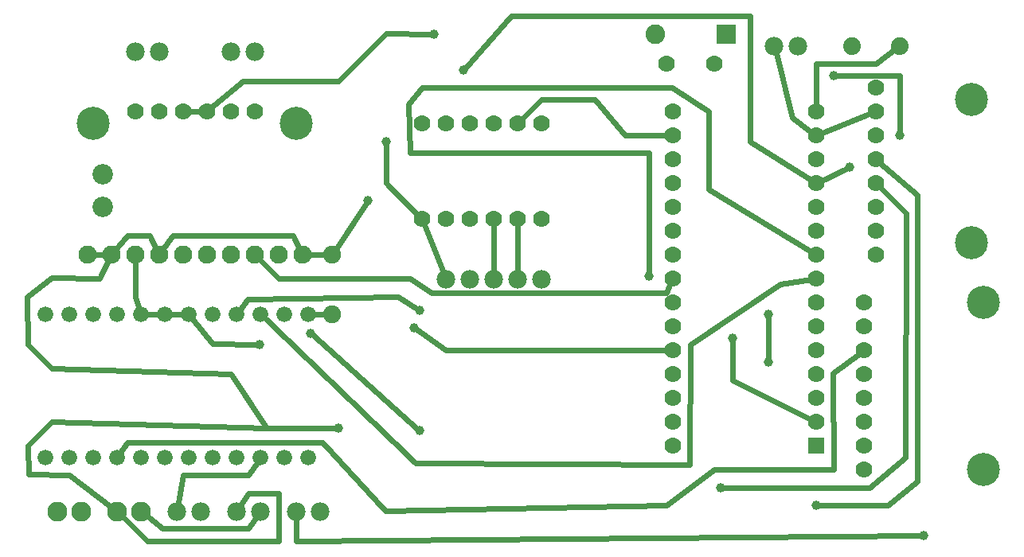
<source format=gtl>
G04 MADE WITH FRITZING*
G04 WWW.FRITZING.ORG*
G04 DOUBLE SIDED*
G04 HOLES PLATED*
G04 CONTOUR ON CENTER OF CONTOUR VECTOR*
%ASAXBY*%
%FSLAX23Y23*%
%MOIN*%
%OFA0B0*%
%SFA1.0B1.0*%
%ADD10C,0.138425*%
%ADD11C,0.070000*%
%ADD12C,0.039370*%
%ADD13C,0.082000*%
%ADD14C,0.066000*%
%ADD15C,0.086000*%
%ADD16C,0.076000*%
%ADD17C,0.078000*%
%ADD18C,0.083307*%
%ADD19C,0.074000*%
%ADD20C,0.075000*%
%ADD21R,0.082000X0.082000*%
%ADD22R,0.069972X0.070000*%
%ADD23R,0.000140X0.000140*%
%ADD24C,0.024000*%
%LNCOPPER1*%
G90*
G70*
G54D10*
X4124Y1937D03*
G54D11*
X3724Y1287D03*
X3724Y1387D03*
X3724Y1487D03*
G54D10*
X4124Y1337D03*
G54D11*
X3724Y1587D03*
X3724Y1687D03*
X3724Y1787D03*
X3724Y1887D03*
X3724Y1987D03*
X2849Y2087D03*
X3049Y2087D03*
G54D12*
X2776Y1198D03*
X1816Y1054D03*
X1792Y982D03*
X1816Y550D03*
X1360Y958D03*
X1144Y910D03*
X1474Y562D03*
X1874Y2212D03*
X3616Y1654D03*
X3124Y937D03*
X1674Y1762D03*
X3074Y312D03*
X3924Y112D03*
G54D13*
X3099Y2212D03*
X2801Y2212D03*
G54D11*
X3674Y587D03*
G54D10*
X4174Y1087D03*
G54D11*
X3674Y987D03*
X3674Y787D03*
X3674Y387D03*
X3674Y1087D03*
X3674Y887D03*
X3674Y687D03*
X3674Y487D03*
G54D10*
X4174Y387D03*
G54D14*
X249Y437D03*
X349Y437D03*
X449Y437D03*
X549Y437D03*
X649Y437D03*
X749Y437D03*
X849Y437D03*
X949Y437D03*
X1049Y437D03*
X1149Y437D03*
X1249Y437D03*
X1349Y437D03*
X1349Y1037D03*
X1249Y1037D03*
X1149Y1037D03*
X1049Y1037D03*
X949Y1037D03*
X849Y1037D03*
X749Y1037D03*
X649Y1037D03*
X549Y1037D03*
X449Y1037D03*
X349Y1037D03*
X249Y1037D03*
G54D10*
X449Y1837D03*
G54D15*
X489Y1486D03*
X489Y1624D03*
G54D16*
X424Y1287D03*
X524Y1287D03*
X624Y1287D03*
X724Y1287D03*
X824Y1287D03*
X924Y1287D03*
X1024Y1287D03*
G54D10*
X1299Y1837D03*
G54D16*
X1124Y1287D03*
X1224Y1287D03*
X1324Y1287D03*
G54D11*
X1124Y1887D03*
X1024Y1887D03*
X924Y1887D03*
X824Y1887D03*
X724Y1887D03*
X624Y1887D03*
G54D17*
X2325Y1185D03*
X2226Y1185D03*
X2126Y1185D03*
X2026Y1185D03*
X1926Y1185D03*
X1024Y2137D03*
X1124Y2137D03*
X624Y2137D03*
X724Y2137D03*
G54D18*
X299Y212D03*
X399Y212D03*
X649Y212D03*
X549Y212D03*
G54D17*
X3399Y2162D03*
X3299Y2162D03*
X1399Y212D03*
X1299Y212D03*
X899Y212D03*
X799Y212D03*
X1149Y212D03*
X1049Y212D03*
G54D12*
X1999Y2062D03*
X3274Y1037D03*
X3276Y838D03*
X3824Y1787D03*
X3549Y2037D03*
G54D11*
X3474Y487D03*
X3474Y587D03*
X3474Y687D03*
X3474Y787D03*
X3474Y887D03*
X3474Y987D03*
X3474Y1087D03*
X3474Y1187D03*
X3474Y1287D03*
X3474Y1387D03*
X3474Y1487D03*
X3474Y1587D03*
X3474Y1687D03*
X3474Y1787D03*
X3474Y1887D03*
X2874Y487D03*
X2874Y587D03*
X2874Y687D03*
X2874Y787D03*
X2874Y887D03*
X2874Y987D03*
X2874Y1087D03*
X2874Y1187D03*
X2874Y1287D03*
X2874Y1387D03*
X2874Y1487D03*
X2874Y1587D03*
X2874Y1687D03*
X2874Y1787D03*
X2874Y1887D03*
X1825Y1837D03*
X1925Y1837D03*
X2025Y1837D03*
X2125Y1837D03*
X2225Y1837D03*
X2325Y1837D03*
X2325Y1437D03*
X2225Y1437D03*
X2125Y1437D03*
X2025Y1437D03*
X1925Y1437D03*
X1825Y1437D03*
X1825Y1837D03*
X1925Y1837D03*
X2025Y1837D03*
X2125Y1837D03*
X2225Y1837D03*
X2325Y1837D03*
X2325Y1437D03*
X2225Y1437D03*
X2125Y1437D03*
X2025Y1437D03*
X1925Y1437D03*
X1825Y1437D03*
G54D12*
X3474Y236D03*
G54D19*
X3824Y2162D03*
X3624Y2162D03*
X3824Y2162D03*
X3624Y2162D03*
G54D20*
X1449Y1037D03*
X1449Y1287D03*
G54D12*
X1599Y1513D03*
G54D21*
X3100Y2212D03*
G54D22*
X3474Y487D03*
G54D23*
X3470Y1687D03*
X3474Y1889D03*
X2874Y1889D03*
G54D24*
X1099Y363D02*
X824Y363D01*
D02*
X1138Y421D02*
X1099Y363D01*
D02*
X1774Y1187D02*
X1225Y1187D01*
D02*
X1864Y1126D02*
X1774Y1187D01*
D02*
X2848Y1126D02*
X1864Y1126D01*
D02*
X2867Y1171D02*
X2848Y1126D01*
D02*
X824Y363D02*
X803Y231D01*
D02*
X3325Y1163D02*
X2949Y911D01*
D02*
X1225Y1187D02*
X1138Y1273D01*
D02*
X3457Y1184D02*
X3325Y1163D01*
D02*
X1800Y413D02*
X1164Y1024D01*
D02*
X2944Y406D02*
X1800Y413D01*
D02*
X2949Y911D02*
X2944Y406D01*
D02*
X1775Y1713D02*
X2775Y1713D01*
D02*
X1768Y1918D02*
X1775Y1713D01*
D02*
X3025Y1888D02*
X2873Y1986D01*
D02*
X1825Y1987D02*
X1768Y1918D01*
D02*
X2873Y1986D02*
X1825Y1987D01*
D02*
X3025Y1562D02*
X3025Y1888D01*
D02*
X3459Y1297D02*
X3025Y1562D01*
D02*
X2775Y1713D02*
X2776Y1206D01*
D02*
X1724Y1112D02*
X1096Y1102D01*
D02*
X1809Y1058D02*
X1724Y1112D01*
D02*
X1924Y888D02*
X1798Y977D01*
D02*
X2856Y887D02*
X1924Y888D01*
D02*
X1096Y1102D02*
X1061Y1053D01*
D02*
X3548Y388D02*
X3049Y388D01*
D02*
X3544Y790D02*
X3548Y388D01*
D02*
X3659Y875D02*
X3544Y790D01*
D02*
X1672Y214D02*
X1408Y502D01*
D02*
X2849Y236D02*
X1672Y214D01*
D02*
X3049Y388D02*
X2849Y236D01*
D02*
X1408Y502D02*
X592Y502D01*
D02*
X730Y1037D02*
X669Y1037D01*
D02*
X592Y502D02*
X560Y454D01*
D02*
X1810Y555D02*
X1365Y953D01*
D02*
X830Y1037D02*
X769Y1037D01*
D02*
X624Y1267D02*
X624Y1112D01*
D02*
X624Y1112D02*
X643Y1056D01*
D02*
X949Y913D02*
X862Y1022D01*
D02*
X1136Y910D02*
X949Y913D01*
D02*
X1099Y142D02*
X1138Y197D01*
D02*
X739Y142D02*
X1099Y142D01*
D02*
X666Y199D02*
X739Y142D01*
D02*
X505Y1287D02*
X444Y1287D01*
D02*
X591Y1366D02*
X537Y1302D01*
D02*
X687Y1366D02*
X591Y1366D01*
D02*
X716Y1305D02*
X687Y1366D01*
D02*
X783Y1366D02*
X736Y1303D01*
D02*
X1287Y1366D02*
X783Y1366D01*
D02*
X1316Y1305D02*
X1287Y1366D01*
D02*
X274Y811D02*
X175Y911D01*
D02*
X1024Y788D02*
X274Y811D01*
D02*
X474Y1187D02*
X516Y1270D01*
D02*
X173Y1112D02*
X274Y1189D01*
D02*
X274Y1189D02*
X474Y1187D01*
D02*
X175Y911D02*
X173Y1112D01*
D02*
X1175Y562D02*
X1024Y788D01*
D02*
X1060Y228D02*
X1100Y287D01*
D02*
X1225Y287D02*
X1225Y88D01*
D02*
X1100Y287D02*
X1225Y287D01*
D02*
X349Y363D02*
X179Y367D01*
D02*
X675Y88D02*
X565Y197D01*
D02*
X1225Y88D02*
X675Y88D01*
D02*
X179Y367D02*
X174Y487D01*
D02*
X174Y487D02*
X275Y587D01*
D02*
X275Y587D02*
X1175Y562D01*
D02*
X532Y225D02*
X349Y363D01*
D02*
X3608Y1651D02*
X3491Y1595D01*
D02*
X3124Y762D02*
X3124Y929D01*
D02*
X3458Y595D02*
X3124Y762D01*
D02*
X3738Y1573D02*
X3851Y1461D01*
D02*
X3849Y438D02*
X3700Y311D01*
D02*
X3700Y311D02*
X3082Y312D01*
D02*
X3851Y1461D02*
X3849Y438D01*
D02*
X3706Y1880D02*
X3491Y1794D01*
D02*
X1300Y88D02*
X1300Y193D01*
D02*
X3917Y112D02*
X1300Y88D01*
D02*
X3200Y2287D02*
X2200Y2287D01*
D02*
X3459Y1597D02*
X3199Y1762D01*
D02*
X3199Y1762D02*
X3200Y2287D01*
D02*
X2200Y2287D02*
X2005Y2068D01*
D02*
X3275Y1029D02*
X3276Y846D01*
D02*
X3549Y2037D02*
X3825Y2038D01*
D02*
X3825Y2038D02*
X3824Y1795D01*
D02*
X940Y1900D02*
X1076Y2013D01*
D02*
X1076Y2013D02*
X1476Y2013D01*
D02*
X1476Y2013D02*
X1675Y2213D01*
D02*
X1675Y2213D02*
X1867Y2212D01*
D02*
X904Y1887D02*
X844Y1887D01*
D02*
X1175Y562D02*
X1467Y562D01*
D02*
X1675Y1754D02*
X1676Y1586D01*
D02*
X1676Y1586D02*
X1810Y1451D01*
D02*
X2675Y1787D02*
X2548Y1937D01*
D02*
X2548Y1937D02*
X2325Y1937D01*
D02*
X2325Y1937D02*
X2239Y1851D01*
D02*
X2856Y1787D02*
X2675Y1787D01*
D02*
X1832Y1419D02*
X1919Y1203D01*
D02*
X2225Y1417D02*
X2226Y1204D01*
D02*
X2125Y1417D02*
X2126Y1204D01*
D02*
X3304Y2144D02*
X3374Y1861D01*
D02*
X3374Y1861D02*
X3460Y1798D01*
D02*
X3899Y1536D02*
X3739Y1674D01*
D02*
X3774Y236D02*
X3899Y337D01*
D02*
X3899Y337D02*
X3899Y1536D01*
D02*
X3482Y236D02*
X3774Y236D01*
D02*
X3474Y1905D02*
X3474Y2087D01*
D02*
X3474Y2087D02*
X3725Y2087D01*
D02*
X3725Y2087D02*
X3812Y2153D01*
D02*
X1432Y1037D02*
X1369Y1037D01*
D02*
X1432Y1287D02*
X1344Y1287D01*
D02*
X1595Y1506D02*
X1459Y1302D01*
G04 End of Copper1*
M02*
</source>
